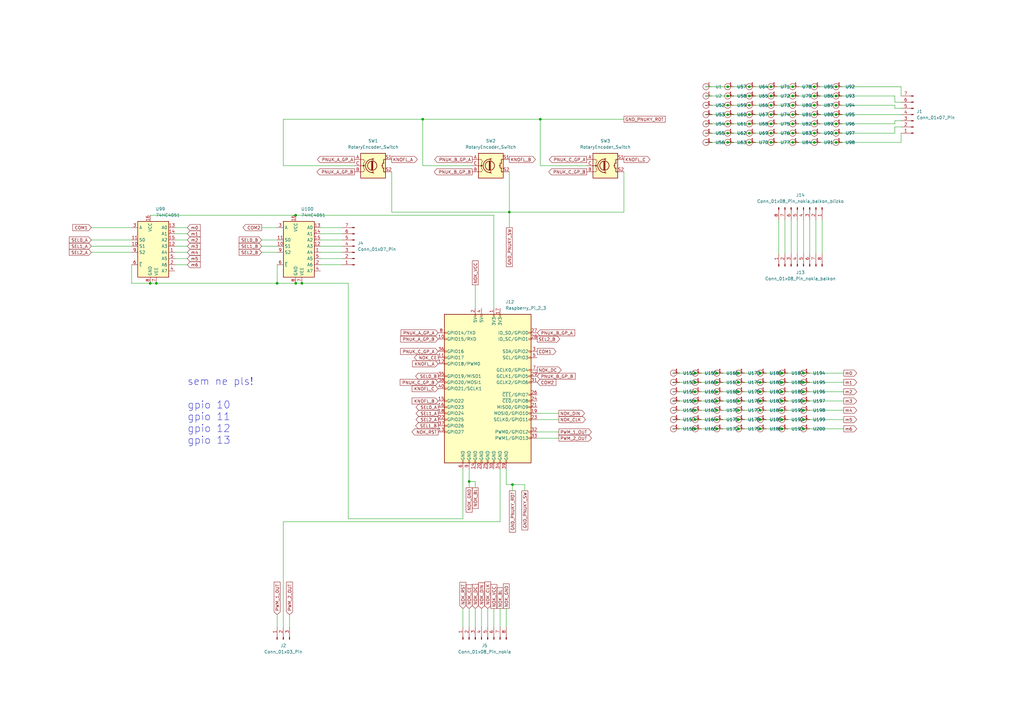
<source format=kicad_sch>
(kicad_sch (version 20230121) (generator eeschema)
  (paper "A3")
  (junction (at 307.34 35.56))
  (junction (at 294.005 160.655))
  (junction (at 316.23 46.99))
  (junction (at 329.565 160.655))
  (junction (at 298.45 43.18))
  (junction (at 325.12 50.8))
  (junction (at 334.01 39.37))
  (junction (at 302.895 156.845))
  (junction (at 298.45 35.56))
  (junction (at 285.115 168.275))
  (junction (at 316.23 58.42))
  (junction (at 307.34 43.18))
  (junction (at 298.45 54.61))
  (junction (at 64.135 116.205))
  (junction (at 311.785 153.035))
  (junction (at 285.115 172.085))
  (junction (at 302.895 175.895))
  (junction (at 320.675 168.275))
  (junction (at 210.185 198.755))
  (junction (at 325.12 43.18))
  (junction (at 329.565 175.895))
  (junction (at 334.01 54.61))
  (junction (at 298.45 58.42))
  (junction (at 329.565 172.085))
  (junction (at 342.9 46.99))
  (junction (at 325.12 39.37))
  (junction (at 302.895 153.035))
  (junction (at 307.34 58.42))
  (junction (at 334.01 46.99))
  (junction (at 316.23 43.18))
  (junction (at 113.665 116.205))
  (junction (at 221.615 48.895))
  (junction (at 311.785 164.465))
  (junction (at 285.115 160.655))
  (junction (at 294.005 164.465))
  (junction (at 329.565 168.275))
  (junction (at 325.12 35.56))
  (junction (at 320.675 160.655))
  (junction (at 294.005 168.275))
  (junction (at 334.01 58.42))
  (junction (at 329.565 153.035))
  (junction (at 302.895 160.655))
  (junction (at 316.23 54.61))
  (junction (at 320.675 164.465))
  (junction (at 307.34 50.8))
  (junction (at 208.915 86.995))
  (junction (at 285.115 153.035))
  (junction (at 342.9 54.61))
  (junction (at 285.115 156.845))
  (junction (at 121.285 88.265))
  (junction (at 320.675 156.845))
  (junction (at 342.9 43.18))
  (junction (at 302.895 168.275))
  (junction (at 285.115 164.465))
  (junction (at 61.595 116.205))
  (junction (at 285.115 175.895))
  (junction (at 311.785 156.845))
  (junction (at 325.12 58.42))
  (junction (at 329.565 164.465))
  (junction (at 316.23 39.37))
  (junction (at 294.005 153.035))
  (junction (at 342.9 35.56))
  (junction (at 325.12 54.61))
  (junction (at 334.01 43.18))
  (junction (at 307.34 46.99))
  (junction (at 325.12 46.99))
  (junction (at 294.005 172.085))
  (junction (at 342.9 58.42))
  (junction (at 302.895 172.085))
  (junction (at 334.01 35.56))
  (junction (at 307.34 54.61))
  (junction (at 298.45 46.99))
  (junction (at 311.785 172.085))
  (junction (at 298.45 50.8))
  (junction (at 311.785 160.655))
  (junction (at 123.825 116.205))
  (junction (at 173.355 48.895))
  (junction (at 329.565 156.845))
  (junction (at 121.285 116.205))
  (junction (at 320.675 153.035))
  (junction (at 307.34 39.37))
  (junction (at 342.9 50.8))
  (junction (at 294.005 156.845))
  (junction (at 320.675 175.895))
  (junction (at 294.005 175.895))
  (junction (at 320.675 172.085))
  (junction (at 334.01 50.8))
  (junction (at 311.785 175.895))
  (junction (at 298.45 39.37))
  (junction (at 316.23 50.8))
  (junction (at 311.785 168.275))
  (junction (at 316.23 35.56))
  (junction (at 302.895 164.465))
  (junction (at 342.9 39.37))
  (junction (at 192.405 197.485))
  (wire (pts (xy 302.895 175.895) (xy 311.785 175.895)))
  (wire (pts (xy 121.285 116.205) (xy 123.825 116.205)))
  (wire (pts (xy 285.115 164.465) (xy 294.005 164.465)))
  (wire (pts (xy 294.005 172.085) (xy 302.895 172.085)))
  (wire (pts (xy 113.665 108.585) (xy 113.665 116.205)))
  (wire (pts (xy 202.565 249.555) (xy 202.565 257.175)))
  (wire (pts (xy 205.105 213.995) (xy 205.105 192.405)))
  (wire (pts (xy 334.01 58.42) (xy 342.9 58.42)))
  (wire (pts (xy 121.285 88.265) (xy 202.565 88.265)))
  (wire (pts (xy 307.34 54.61) (xy 316.23 54.61)))
  (wire (pts (xy 229.235 177.165) (xy 220.345 177.165)))
  (wire (pts (xy 329.565 153.035) (xy 346.075 153.035)))
  (wire (pts (xy 367.03 52.07) (xy 369.57 52.07)))
  (wire (pts (xy 346.075 172.085) (xy 329.565 172.085)))
  (wire (pts (xy 285.115 160.655) (xy 294.005 160.655)))
  (wire (pts (xy 116.205 67.945) (xy 145.415 67.945)))
  (wire (pts (xy 210.185 198.755) (xy 215.265 198.755)))
  (wire (pts (xy 160.655 70.485) (xy 160.655 86.995)))
  (wire (pts (xy 37.465 103.505) (xy 53.975 103.505)))
  (wire (pts (xy 311.785 164.465) (xy 320.675 164.465)))
  (wire (pts (xy 221.615 67.945) (xy 221.615 48.895)))
  (wire (pts (xy 311.785 156.845) (xy 320.675 156.845)))
  (wire (pts (xy 107.315 103.505) (xy 113.665 103.505)))
  (wire (pts (xy 294.005 168.275) (xy 302.895 168.275)))
  (wire (pts (xy 325.12 35.56) (xy 334.01 35.56)))
  (wire (pts (xy 294.005 160.655) (xy 302.895 160.655)))
  (wire (pts (xy 276.225 164.465) (xy 285.115 164.465)))
  (wire (pts (xy 325.12 50.8) (xy 334.01 50.8)))
  (wire (pts (xy 298.45 46.99) (xy 307.34 46.99)))
  (wire (pts (xy 210.185 198.755) (xy 210.185 201.295)))
  (wire (pts (xy 329.565 156.845) (xy 346.075 156.845)))
  (wire (pts (xy 346.075 168.275) (xy 329.565 168.275)))
  (wire (pts (xy 325.12 39.37) (xy 334.01 39.37)))
  (wire (pts (xy 302.895 172.085) (xy 311.785 172.085)))
  (wire (pts (xy 289.56 43.18) (xy 298.45 43.18)))
  (wire (pts (xy 346.075 175.895) (xy 329.565 175.895)))
  (wire (pts (xy 107.315 100.965) (xy 113.665 100.965)))
  (wire (pts (xy 311.785 153.035) (xy 320.675 153.035)))
  (wire (pts (xy 208.915 86.995) (xy 208.915 93.345)))
  (wire (pts (xy 285.115 168.275) (xy 294.005 168.275)))
  (wire (pts (xy 116.205 48.895) (xy 173.355 48.895)))
  (wire (pts (xy 229.235 179.705) (xy 220.345 179.705)))
  (wire (pts (xy 255.905 86.995) (xy 208.915 86.995)))
  (wire (pts (xy 320.675 160.655) (xy 329.565 160.655)))
  (wire (pts (xy 192.405 197.485) (xy 192.405 200.025)))
  (wire (pts (xy 207.645 198.755) (xy 210.185 198.755)))
  (wire (pts (xy 276.225 172.085) (xy 285.115 172.085)))
  (wire (pts (xy 298.45 54.61) (xy 307.34 54.61)))
  (wire (pts (xy 194.945 116.84) (xy 194.945 126.365)))
  (wire (pts (xy 208.915 86.995) (xy 208.915 70.485)))
  (wire (pts (xy 113.665 252.095) (xy 113.665 257.175)))
  (wire (pts (xy 369.57 35.56) (xy 369.57 39.37)))
  (wire (pts (xy 307.34 39.37) (xy 316.23 39.37)))
  (wire (pts (xy 173.355 67.945) (xy 193.675 67.945)))
  (wire (pts (xy 76.835 106.045) (xy 71.755 106.045)))
  (wire (pts (xy 298.45 50.8) (xy 307.34 50.8)))
  (wire (pts (xy 140.335 108.585) (xy 131.445 108.585)))
  (wire (pts (xy 61.595 88.265) (xy 121.285 88.265)))
  (wire (pts (xy 316.23 35.56) (xy 325.12 35.56)))
  (wire (pts (xy 316.23 39.37) (xy 325.12 39.37)))
  (wire (pts (xy 215.265 198.755) (xy 215.265 201.295)))
  (wire (pts (xy 76.835 98.425) (xy 71.755 98.425)))
  (wire (pts (xy 342.9 46.99) (xy 369.57 46.99)))
  (wire (pts (xy 205.105 249.555) (xy 205.105 257.175)))
  (wire (pts (xy 342.9 54.61) (xy 367.03 54.61)))
  (wire (pts (xy 334.01 50.8) (xy 342.9 50.8)))
  (wire (pts (xy 320.675 156.845) (xy 329.565 156.845)))
  (wire (pts (xy 276.225 156.845) (xy 285.115 156.845)))
  (wire (pts (xy 320.675 153.035) (xy 329.565 153.035)))
  (wire (pts (xy 316.23 46.99) (xy 325.12 46.99)))
  (wire (pts (xy 367.03 39.37) (xy 367.03 41.91)))
  (wire (pts (xy 294.005 175.895) (xy 302.895 175.895)))
  (wire (pts (xy 298.45 43.18) (xy 307.34 43.18)))
  (wire (pts (xy 334.01 46.99) (xy 342.9 46.99)))
  (wire (pts (xy 289.56 58.42) (xy 298.45 58.42)))
  (wire (pts (xy 325.12 46.99) (xy 334.01 46.99)))
  (wire (pts (xy 37.465 93.345) (xy 53.975 93.345)))
  (wire (pts (xy 64.135 116.205) (xy 113.665 116.205)))
  (wire (pts (xy 76.835 100.965) (xy 71.755 100.965)))
  (wire (pts (xy 316.23 54.61) (xy 325.12 54.61)))
  (wire (pts (xy 334.01 43.18) (xy 342.9 43.18)))
  (wire (pts (xy 320.675 172.085) (xy 329.565 172.085)))
  (wire (pts (xy 302.895 168.275) (xy 311.785 168.275)))
  (wire (pts (xy 140.335 100.965) (xy 131.445 100.965)))
  (wire (pts (xy 140.335 106.045) (xy 131.445 106.045)))
  (wire (pts (xy 342.9 35.56) (xy 369.57 35.56)))
  (wire (pts (xy 337.185 90.17) (xy 337.185 104.14)))
  (wire (pts (xy 189.865 192.405) (xy 189.865 212.725)))
  (wire (pts (xy 276.225 168.275) (xy 285.115 168.275)))
  (wire (pts (xy 276.225 153.035) (xy 285.115 153.035)))
  (wire (pts (xy 194.945 200.025) (xy 194.945 197.485)))
  (wire (pts (xy 307.34 46.99) (xy 316.23 46.99)))
  (wire (pts (xy 334.01 39.37) (xy 342.9 39.37)))
  (wire (pts (xy 202.565 88.265) (xy 202.565 126.365)))
  (wire (pts (xy 324.485 90.17) (xy 324.485 104.14)))
  (wire (pts (xy 285.115 153.035) (xy 294.005 153.035)))
  (wire (pts (xy 160.655 86.995) (xy 208.915 86.995)))
  (wire (pts (xy 289.56 54.61) (xy 298.45 54.61)))
  (wire (pts (xy 311.785 168.275) (xy 320.675 168.275)))
  (wire (pts (xy 369.57 58.42) (xy 369.57 54.61)))
  (wire (pts (xy 107.315 93.345) (xy 113.665 93.345)))
  (wire (pts (xy 302.895 164.465) (xy 311.785 164.465)))
  (wire (pts (xy 173.355 67.945) (xy 173.355 48.895)))
  (wire (pts (xy 311.785 172.085) (xy 320.675 172.085)))
  (wire (pts (xy 189.865 249.555) (xy 189.865 257.175)))
  (wire (pts (xy 294.005 156.845) (xy 302.895 156.845)))
  (wire (pts (xy 192.405 249.555) (xy 192.405 257.175)))
  (wire (pts (xy 307.34 58.42) (xy 316.23 58.42)))
  (wire (pts (xy 325.12 58.42) (xy 334.01 58.42)))
  (wire (pts (xy 294.005 164.465) (xy 302.895 164.465)))
  (wire (pts (xy 220.345 169.545) (xy 229.235 169.545)))
  (wire (pts (xy 307.34 50.8) (xy 316.23 50.8)))
  (wire (pts (xy 342.9 50.8) (xy 367.03 50.8)))
  (wire (pts (xy 123.825 116.205) (xy 142.875 116.205)))
  (wire (pts (xy 285.115 175.895) (xy 294.005 175.895)))
  (wire (pts (xy 197.485 249.555) (xy 197.485 257.175)))
  (wire (pts (xy 342.9 58.42) (xy 369.57 58.42)))
  (wire (pts (xy 194.945 249.555) (xy 194.945 257.175)))
  (wire (pts (xy 116.205 213.995) (xy 205.105 213.995)))
  (wire (pts (xy 367.03 50.8) (xy 367.03 49.53)))
  (wire (pts (xy 332.105 90.17) (xy 332.105 104.14)))
  (wire (pts (xy 53.975 108.585) (xy 53.975 116.205)))
  (wire (pts (xy 367.03 54.61) (xy 367.03 52.07)))
  (wire (pts (xy 302.895 156.845) (xy 311.785 156.845)))
  (wire (pts (xy 61.595 116.205) (xy 64.135 116.205)))
  (wire (pts (xy 367.03 49.53) (xy 369.57 49.53)))
  (wire (pts (xy 367.03 41.91) (xy 369.57 41.91)))
  (wire (pts (xy 342.9 39.37) (xy 367.03 39.37)))
  (wire (pts (xy 76.835 93.345) (xy 71.755 93.345)))
  (wire (pts (xy 116.205 257.175) (xy 116.205 213.995)))
  (wire (pts (xy 37.465 100.965) (xy 53.975 100.965)))
  (wire (pts (xy 285.115 172.085) (xy 294.005 172.085)))
  (wire (pts (xy 329.565 90.17) (xy 329.565 104.14)))
  (wire (pts (xy 207.645 192.405) (xy 207.645 198.755)))
  (wire (pts (xy 76.835 103.505) (xy 71.755 103.505)))
  (wire (pts (xy 207.645 249.555) (xy 207.645 257.175)))
  (wire (pts (xy 321.945 90.17) (xy 321.945 104.14)))
  (wire (pts (xy 229.235 172.085) (xy 220.345 172.085)))
  (wire (pts (xy 316.23 58.42) (xy 325.12 58.42)))
  (wire (pts (xy 316.23 50.8) (xy 325.12 50.8)))
  (wire (pts (xy 298.45 35.56) (xy 307.34 35.56)))
  (wire (pts (xy 334.01 54.61) (xy 342.9 54.61)))
  (wire (pts (xy 118.745 252.095) (xy 118.745 257.175)))
  (wire (pts (xy 37.465 98.425) (xy 53.975 98.425)))
  (wire (pts (xy 325.12 43.18) (xy 334.01 43.18)))
  (wire (pts (xy 298.45 58.42) (xy 307.34 58.42)))
  (wire (pts (xy 367.03 43.18) (xy 367.03 44.45)))
  (wire (pts (xy 140.335 95.885) (xy 131.445 95.885)))
  (wire (pts (xy 289.56 39.37) (xy 298.45 39.37)))
  (wire (pts (xy 289.56 35.56) (xy 298.45 35.56)))
  (wire (pts (xy 140.335 98.425) (xy 131.445 98.425)))
  (wire (pts (xy 294.005 153.035) (xy 302.895 153.035)))
  (wire (pts (xy 255.905 70.485) (xy 255.905 86.995)))
  (wire (pts (xy 302.895 160.655) (xy 311.785 160.655)))
  (wire (pts (xy 113.665 116.205) (xy 121.285 116.205)))
  (wire (pts (xy 329.565 160.655) (xy 346.075 160.655)))
  (wire (pts (xy 302.895 153.035) (xy 311.785 153.035)))
  (wire (pts (xy 192.405 192.405) (xy 192.405 197.485)))
  (wire (pts (xy 221.615 48.895) (xy 255.905 48.895)))
  (wire (pts (xy 334.645 90.17) (xy 334.645 104.14)))
  (wire (pts (xy 311.785 175.895) (xy 320.675 175.895)))
  (wire (pts (xy 320.675 168.275) (xy 329.565 168.275)))
  (wire (pts (xy 142.875 116.205) (xy 142.875 212.725)))
  (wire (pts (xy 289.56 50.8) (xy 298.45 50.8)))
  (wire (pts (xy 221.615 67.945) (xy 240.665 67.945)))
  (wire (pts (xy 116.205 67.945) (xy 116.205 48.895)))
  (wire (pts (xy 107.315 98.425) (xy 113.665 98.425)))
  (wire (pts (xy 53.975 116.205) (xy 61.595 116.205)))
  (wire (pts (xy 140.335 103.505) (xy 131.445 103.505)))
  (wire (pts (xy 320.675 175.895) (xy 329.565 175.895)))
  (wire (pts (xy 276.225 160.655) (xy 285.115 160.655)))
  (wire (pts (xy 289.56 46.99) (xy 298.45 46.99)))
  (wire (pts (xy 327.025 90.17) (xy 327.025 104.14)))
  (wire (pts (xy 194.945 197.485) (xy 192.405 197.485)))
  (wire (pts (xy 140.335 93.345) (xy 131.445 93.345)))
  (wire (pts (xy 329.565 164.465) (xy 346.075 164.465)))
  (wire (pts (xy 276.225 175.895) (xy 285.115 175.895)))
  (wire (pts (xy 325.12 54.61) (xy 334.01 54.61)))
  (wire (pts (xy 320.675 164.465) (xy 329.565 164.465)))
  (wire (pts (xy 200.025 249.555) (xy 200.025 257.175)))
  (wire (pts (xy 342.9 43.18) (xy 367.03 43.18)))
  (wire (pts (xy 76.835 95.885) (xy 71.755 95.885)))
  (wire (pts (xy 316.23 43.18) (xy 325.12 43.18)))
  (wire (pts (xy 311.785 160.655) (xy 320.675 160.655)))
  (wire (pts (xy 334.01 35.56) (xy 342.9 35.56)))
  (wire (pts (xy 298.45 39.37) (xy 307.34 39.37)))
  (wire (pts (xy 307.34 35.56) (xy 316.23 35.56)))
  (wire (pts (xy 319.405 90.17) (xy 319.405 104.14)))
  (wire (pts (xy 367.03 44.45) (xy 369.57 44.45)))
  (wire (pts (xy 142.875 212.725) (xy 189.865 212.725)))
  (wire (pts (xy 285.115 156.845) (xy 294.005 156.845)))
  (wire (pts (xy 307.34 43.18) (xy 316.23 43.18)))
  (wire (pts (xy 76.835 108.585) (xy 71.755 108.585)))
  (wire (pts (xy 173.355 48.895) (xy 221.615 48.895)))
  (text "sem ne pls!\n\ngpio 10\ngpio 11\ngpio 12\ngpio 13\n\n" (at 76.835 187.325 0) (effects (font (size 3 3)) (justify left bottom)))
  (global_label "NOK_CE" (shape input) (at 192.405 249.555 90) (property "Intersheetrefs" "${INTERSHEET_REFS}" (effects hide)))
  (global_label "SEL2_A" (shape output) (at 179.705 172.085 180) (property "Intersheetrefs" "${INTERSHEET_REFS}" (effects hide)))
  (global_label "GND_PNUKY_ROT" (shape passive) (at 210.185 201.295 270) (property "Intersheetrefs" "${INTERSHEET_REFS}" (effects hide)))
  (global_label "PNUK_C_GP_B" (shape input) (at 179.705 156.845 180) (property "Intersheetrefs" "${INTERSHEET_REFS}" (effects hide)))
  (global_label "NOK_CLK" (shape input) (at 200.025 249.555 90) (property "Intersheetrefs" "${INTERSHEET_REFS}" (effects hide)))
  (global_label "NOK_GND" (shape passive) (at 192.405 200.025 270) (property "Intersheetrefs" "${INTERSHEET_REFS}" (effects hide)))
  (global_label "NOK_RST" (shape input) (at 189.865 249.555 90) (property "Intersheetrefs" "${INTERSHEET_REFS}" (effects hide)))
  (global_label "NOK_BL" (shape passive) (at 194.945 200.025 270) (property "Intersheetrefs" "${INTERSHEET_REFS}" (effects hide)))
  (global_label "m4" (shape output) (at 346.075 168.275 0) (property "Intersheetrefs" "${INTERSHEET_REFS}" (effects hide)))
  (global_label "PNUK_A_GP_A" (shape output) (at 145.415 65.405 180) (property "Intersheetrefs" "${INTERSHEET_REFS}" (effects hide)))
  (global_label "PNUK_A_GP_A" (shape input) (at 179.705 136.525 180) (property "Intersheetrefs" "${INTERSHEET_REFS}" (effects hide)))
  (global_label "COM1" (shape input) (at 37.465 93.345 180) (property "Intersheetrefs" "${INTERSHEET_REFS}" (effects hide)))
  (global_label "PWM_1_OUT" (shape output) (at 229.235 177.165 0) (property "Intersheetrefs" "${INTERSHEET_REFS}" (effects hide)))
  (global_label "m5" (shape input) (at 76.835 106.045 0) (property "Intersheetrefs" "${INTERSHEET_REFS}" (effects hide)))
  (global_label "PNUK_C_GP_A" (shape output) (at 240.665 65.405 180) (property "Intersheetrefs" "${INTERSHEET_REFS}" (effects hide)))
  (global_label "m0" (shape input) (at 76.835 93.345 0) (property "Intersheetrefs" "${INTERSHEET_REFS}" (effects hide)))
  (global_label "m1" (shape output) (at 346.075 156.845 0) (property "Intersheetrefs" "${INTERSHEET_REFS}" (effects hide)))
  (global_label "PNUK_B_GP_B" (shape output) (at 193.675 70.485 180) (property "Intersheetrefs" "${INTERSHEET_REFS}" (effects hide)))
  (global_label "KNOFL_C" (shape input) (at 179.705 159.385 180) (property "Intersheetrefs" "${INTERSHEET_REFS}" (effects hide)))
  (global_label "SEL1_A" (shape input) (at 37.465 100.965 180) (property "Intersheetrefs" "${INTERSHEET_REFS}" (effects hide)))
  (global_label "KNOFL_B" (shape output) (at 208.915 65.405 0) (property "Intersheetrefs" "${INTERSHEET_REFS}" (effects hide)))
  (global_label "COM2" (shape output) (at 107.315 93.345 180) (property "Intersheetrefs" "${INTERSHEET_REFS}" (effects hide)))
  (global_label "NOK_CE" (shape output) (at 179.705 146.685 180) (property "Intersheetrefs" "${INTERSHEET_REFS}" (effects hide)))
  (global_label "KNOFL_A" (shape input) (at 179.705 149.225 180) (property "Intersheetrefs" "${INTERSHEET_REFS}" (effects hide)))
  (global_label "SEL1_B" (shape input) (at 107.315 100.965 180) (property "Intersheetrefs" "${INTERSHEET_REFS}" (effects hide)))
  (global_label "PWM_2_OUT" (shape input) (at 118.745 252.095 90) (property "Intersheetrefs" "${INTERSHEET_REFS}" (effects hide)))
  (global_label "NOK_RST" (shape output) (at 179.705 177.165 180) (property "Intersheetrefs" "${INTERSHEET_REFS}" (effects hide)))
  (global_label "NOK_DIN" (shape output) (at 229.235 169.545 0) (property "Intersheetrefs" "${INTERSHEET_REFS}" (effects hide)))
  (global_label "SEL2_B" (shape input) (at 107.315 103.505 180) (property "Intersheetrefs" "${INTERSHEET_REFS}" (effects hide)))
  (global_label "m3" (shape output) (at 346.075 164.465 0) (property "Intersheetrefs" "${INTERSHEET_REFS}" (effects hide)))
  (global_label "SEL1_B" (shape output) (at 179.705 174.625 180) (property "Intersheetrefs" "${INTERSHEET_REFS}" (effects hide)))
  (global_label "KNOFL_C" (shape output) (at 255.905 65.405 0) (property "Intersheetrefs" "${INTERSHEET_REFS}" (effects hide)))
  (global_label "SEL0_B" (shape input) (at 107.315 98.425 180) (property "Intersheetrefs" "${INTERSHEET_REFS}" (effects hide)))
  (global_label "PNUK_B_GP_B" (shape input) (at 220.345 154.305 0) (property "Intersheetrefs" "${INTERSHEET_REFS}" (effects hide)))
  (global_label "KNOFL_A" (shape output) (at 160.655 65.405 0) (property "Intersheetrefs" "${INTERSHEET_REFS}" (effects hide)))
  (global_label "NOK_VCC" (shape passive) (at 202.565 249.555 90) (property "Intersheetrefs" "${INTERSHEET_REFS}" (effects hide)))
  (global_label "SEL0_B" (shape output) (at 179.705 154.305 180) (property "Intersheetrefs" "${INTERSHEET_REFS}" (effects hide)))
  (global_label "SEL0_A" (shape input) (at 37.465 98.425 180) (property "Intersheetrefs" "${INTERSHEET_REFS}" (effects hide)))
  (global_label "PNUK_C_GP_A" (shape input) (at 179.705 144.145 180) (property "Intersheetrefs" "${INTERSHEET_REFS}" (effects hide)))
  (global_label "SEL2_A" (shape input) (at 37.465 103.505 180) (property "Intersheetrefs" "${INTERSHEET_REFS}" (effects hide)))
  (global_label "PNUK_A_GP_B" (shape input) (at 179.705 139.065 180) (property "Intersheetrefs" "${INTERSHEET_REFS}" (effects hide)))
  (global_label "SEL2_B" (shape output) (at 220.345 139.065 0) (property "Intersheetrefs" "${INTERSHEET_REFS}" (effects hide)))
  (global_label "PNUK_A_GP_B" (shape output) (at 145.415 70.485 180) (property "Intersheetrefs" "${INTERSHEET_REFS}" (effects hide)))
  (global_label "PNUK_B_GP_A" (shape input) (at 220.345 136.525 0) (property "Intersheetrefs" "${INTERSHEET_REFS}" (effects hide)))
  (global_label "COM1" (shape output) (at 220.345 144.145 0) (property "Intersheetrefs" "${INTERSHEET_REFS}" (effects hide)))
  (global_label "SEL1_A" (shape output) (at 179.705 169.545 180) (property "Intersheetrefs" "${INTERSHEET_REFS}" (effects hide)))
  (global_label "GND_PNUKY_ROT" (shape passive) (at 255.905 48.895 0) (property "Intersheetrefs" "${INTERSHEET_REFS}" (effects hide)))
  (global_label "COM2" (shape input) (at 220.345 156.845 0) (property "Intersheetrefs" "${INTERSHEET_REFS}" (effects hide)))
  (global_label "GND_PNUKY_SW" (shape passive) (at 215.265 201.295 270) (property "Intersheetrefs" "${INTERSHEET_REFS}" (effects hide)))
  (global_label "PNUK_B_GP_A" (shape output) (at 193.675 65.405 180) (property "Intersheetrefs" "${INTERSHEET_REFS}" (effects hide)))
  (global_label "m5" (shape output) (at 346.075 172.085 0) (property "Intersheetrefs" "${INTERSHEET_REFS}" (effects hide)))
  (global_label "KNOFL_B" (shape input) (at 179.705 164.465 180) (property "Intersheetrefs" "${INTERSHEET_REFS}" (effects hide)))
  (global_label "m2" (shape output) (at 346.075 160.655 0) (property "Intersheetrefs" "${INTERSHEET_REFS}" (effects hide)))
  (global_label "PWM_2_OUT" (shape output) (at 229.235 179.705 0) (property "Intersheetrefs" "${INTERSHEET_REFS}" (effects hide)))
  (global_label "NOK_DC" (shape input) (at 194.945 249.555 90) (property "Intersheetrefs" "${INTERSHEET_REFS}" (effects hide)))
  (global_label "NOK_VCC" (shape passive) (at 194.945 116.84 90) (property "Intersheetrefs" "${INTERSHEET_REFS}" (effects hide)))
  (global_label "SEL0_A" (shape output) (at 179.705 167.005 180) (property "Intersheetrefs" "${INTERSHEET_REFS}" (effects hide)))
  (global_label "NOK_GND" (shape passive) (at 207.645 249.555 90) (property "Intersheetrefs" "${INTERSHEET_REFS}" (effects hide)))
  (global_label "NOK_BL" (shape passive) (at 205.105 249.555 90) (property "Intersheetrefs" "${INTERSHEET_REFS}" (effects hide)))
  (global_label "m6" (shape output) (at 346.075 175.895 0) (property "Intersheetrefs" "${INTERSHEET_REFS}" (effects hide)))
  (global_label "m2" (shape input) (at 76.835 98.425 0) (property "Intersheetrefs" "${INTERSHEET_REFS}" (effects hide)))
  (global_label "NOK_CLK" (shape output) (at 229.235 172.085 0) (property "Intersheetrefs" "${INTERSHEET_REFS}" (effects hide)))
  (global_label "PWM_1_OUT" (shape input) (at 113.665 252.095 90) (property "Intersheetrefs" "${INTERSHEET_REFS}" (effects hide)))
  (global_label "m4" (shape input) (at 76.835 103.505 0) (property "Intersheetrefs" "${INTERSHEET_REFS}" (effects hide)))
  (global_label "m1" (shape input) (at 76.835 95.885 0) (property "Intersheetrefs" "${INTERSHEET_REFS}" (effects hide)))
  (global_label "PNUK_C_GP_B" (shape output) (at 240.665 70.485 180) (property "Intersheetrefs" "${INTERSHEET_REFS}" (effects hide)))
  (global_label "m6" (shape input) (at 76.835 108.585 0) (property "Intersheetrefs" "${INTERSHEET_REFS}" (effects hide)))
  (global_label "GND_PNUKY_SW" (shape passive) (at 208.915 93.345 270) (property "Intersheetrefs" "${INTERSHEET_REFS}" (effects hide)))
  (global_label "NOK_DIN" (shape input) (at 197.485 249.555 90) (property "Intersheetrefs" "${INTERSHEET_REFS}" (effects hide)))
  (global_label "NOK_DC" (shape output) (at 220.345 151.765 0) (property "Intersheetrefs" "${INTERSHEET_REFS}" (effects hide)))
  (global_label "m0" (shape output) (at 346.075 153.035 0) (property "Intersheetrefs" "${INTERSHEET_REFS}" (effects hide)))
  (global_label "m3" (shape input) (at 76.835 100.965 0) (property "Intersheetrefs" "${INTERSHEET_REFS}" (effects hide)))
  (symbol (lib_id "Connector:1x1_matrix_pin_77") (at 294.005 172.085 0) (unit 1)
    (property "Reference" "U171" (at 297.815 172.085 0) (effects (justify left)))
    (property "Value" "~" (at 294.005 172.085 0))
    (property "Footprint" "ass149:1x1_matrix_pin" (effects hide))
  )
  (symbol (lib_id "74xx:74HC4051") (at 61.595 100.965 0) (unit 1)
    (property "Reference" "U99" (at 63.7891 85.725 0) (effects (justify left)))
    (property "Value" "74HC4051" (at 63.7891 88.265 0) (effects (justify left)))
    (property "Footprint" "Package_DIP:DIP-16_W7.62mm_Socket" (effects hide))
    (property "Datasheet" "http://www.ti.com/lit/ds/symlink/cd74hc4051.pdf" (effects hide))
  )
  (symbol (lib_id "Connector:Conn_01x07_Pin") (at 145.415 100.965 180) (unit 1)
    (property "Reference" "J4" (at 146.685 99.695 0) (effects (justify right)))
    (property "Value" "Conn_01x07_Pin" (at 146.685 102.235 0) (effects (justify right)))
    (property "Footprint" "Connector_PinHeader_2.54mm:PinHeader_1x07_P2.54mm_Vertical" (effects hide))
  )
  (symbol (lib_id "Connector:1x1_matrix_pin_77") (at 334.01 39.37 0) (unit 1)
    (property "Reference" "U86" (at 337.82 39.37 0) (effects (justify left)))
    (property "Value" "~" (at 334.01 39.37 0))
    (property "Footprint" "ass149:1x1_matrix_pin" (effects hide))
  )
  (symbol (lib_id "Connector:1x1_matrix_pin_77") (at 325.12 54.61 0) (unit 1)
    (property "Reference" "U83" (at 328.93 54.61 0) (effects (justify left)))
    (property "Value" "~" (at 325.12 54.61 0))
    (property "Footprint" "ass149:1x1_matrix_pin" (effects hide))
  )
  (symbol (lib_id "Connector:1x1_matrix_pin_77") (at 316.23 35.56 0) (unit 1)
    (property "Reference" "U71" (at 320.04 35.56 0) (effects (justify left)))
    (property "Value" "~" (at 316.23 35.56 0))
    (property "Footprint" "ass149:1x1_matrix_pin" (effects hide))
  )
  (symbol (lib_id "Connector:1x1_matrix_pin_77") (at 320.675 160.655 0) (unit 1)
    (property "Reference" "U189" (at 324.485 160.655 0) (effects (justify left)))
    (property "Value" "~" (at 320.675 160.655 0))
    (property "Footprint" "ass149:1x1_matrix_pin" (effects hide))
  )
  (symbol (lib_id "Connector:1x1_matrix_pin_77") (at 342.9 54.61 0) (unit 1)
    (property "Reference" "U97" (at 346.71 54.61 0) (effects (justify left)))
    (property "Value" "~" (at 342.9 54.61 0))
    (property "Footprint" "ass149:1x1_matrix_pin" (effects hide))
  )
  (symbol (lib_id "Connector:1x1_matrix_pin_77") (at 316.23 39.37 0) (unit 1)
    (property "Reference" "U72" (at 320.04 39.37 0) (effects (justify left)))
    (property "Value" "~" (at 316.23 39.37 0))
    (property "Footprint" "ass149:1x1_matrix_pin" (effects hide))
  )
  (symbol (lib_id "Connector:1x1_matrix_pin_77") (at 307.34 43.18 0) (unit 1)
    (property "Reference" "U66" (at 311.15 43.18 0) (effects (justify left)))
    (property "Value" "~" (at 307.34 43.18 0))
    (property "Footprint" "ass149:1x1_matrix_pin" (effects hide))
  )
  (symbol (lib_id "Connector:1x1_matrix_pin_77") (at 329.565 160.655 0) (unit 1)
    (property "Reference" "U196" (at 333.375 160.655 0) (effects (justify left)))
    (property "Value" "~" (at 329.565 160.655 0))
    (property "Footprint" "ass149:1x1_matrix_pin" (effects hide))
  )
  (symbol (lib_id "Connector:1x1_matrix_pin_77") (at 302.895 153.035 0) (unit 1)
    (property "Reference" "U173" (at 306.705 153.035 0) (effects (justify left)))
    (property "Value" "~" (at 302.895 153.035 0))
    (property "Footprint" "ass149:1x1_matrix_pin" (effects hide))
  )
  (symbol (lib_id "Connector:1x1_matrix_pin_77") (at 276.225 153.035 0) (unit 1)
    (property "Reference" "U152" (at 280.035 153.035 0) (effects (justify left)))
    (property "Value" "~" (at 276.225 153.035 0))
    (property "Footprint" "ass149:1x1_matrix_pin" (effects hide))
  )
  (symbol (lib_id "Connector:1x1_matrix_pin_77") (at 316.23 43.18 0) (unit 1)
    (property "Reference" "U73" (at 320.04 43.18 0) (effects (justify left)))
    (property "Value" "~" (at 316.23 43.18 0))
    (property "Footprint" "ass149:1x1_matrix_pin" (effects hide))
  )
  (symbol (lib_id "Connector:Conn_01x07_Pin") (at 374.65 46.99 180) (unit 1)
    (property "Reference" "J1" (at 375.92 45.72 0) (effects (justify right)))
    (property "Value" "Conn_01x07_Pin" (at 375.92 48.26 0) (effects (justify right)))
    (property "Footprint" "Connector_PinHeader_2.54mm:PinHeader_1x07_P2.54mm_Vertical" (effects hide))
  )
  (symbol (lib_id "Connector:1x1_matrix_pin_77") (at 289.56 35.56 0) (unit 1)
    (property "Reference" "U1" (at 293.37 35.56 0) (effects (justify left)))
    (property "Value" "~" (at 289.56 35.56 0))
    (property "Footprint" "ass149:1x1_matrix_pin" (effects hide))
  )
  (symbol (lib_id "Connector:1x1_matrix_pin_77") (at 334.01 43.18 0) (unit 1)
    (property "Reference" "U87" (at 337.82 43.18 0) (effects (justify left)))
    (property "Value" "~" (at 334.01 43.18 0))
    (property "Footprint" "ass149:1x1_matrix_pin" (effects hide))
  )
  (symbol (lib_id "Connector:1x1_matrix_pin_77") (at 325.12 46.99 0) (unit 1)
    (property "Reference" "U81" (at 328.93 46.99 0) (effects (justify left)))
    (property "Value" "~" (at 325.12 46.99 0))
    (property "Footprint" "ass149:1x1_matrix_pin" (effects hide))
  )
  (symbol (lib_id "Connector:1x1_matrix_pin_77") (at 329.565 164.465 0) (unit 1)
    (property "Reference" "U197" (at 333.375 164.465 0) (effects (justify left)))
    (property "Value" "~" (at 329.565 164.465 0))
    (property "Footprint" "ass149:1x1_matrix_pin" (effects hide))
  )
  (symbol (lib_id "Connector:1x1_matrix_pin_77") (at 276.225 175.895 0) (unit 1)
    (property "Reference" "U158" (at 280.035 175.895 0) (effects (justify left)))
    (property "Value" "~" (at 276.225 175.895 0))
    (property "Footprint" "ass149:1x1_matrix_pin" (effects hide))
  )
  (symbol (lib_id "Connector:1x1_matrix_pin_77") (at 298.45 43.18 0) (unit 1)
    (property "Reference" "U59" (at 302.26 43.18 0) (effects (justify left)))
    (property "Value" "~" (at 298.45 43.18 0))
    (property "Footprint" "ass149:1x1_matrix_pin" (effects hide))
  )
  (symbol (lib_id "Connector:1x1_matrix_pin_77") (at 342.9 46.99 0) (unit 1)
    (property "Reference" "U95" (at 346.71 46.99 0) (effects (justify left)))
    (property "Value" "~" (at 342.9 46.99 0))
    (property "Footprint" "ass149:1x1_matrix_pin" (effects hide))
  )
  (symbol (lib_id "Connector:1x1_matrix_pin_77") (at 329.565 168.275 0) (unit 1)
    (property "Reference" "U198" (at 333.375 168.275 0) (effects (justify left)))
    (property "Value" "~" (at 329.565 168.275 0))
    (property "Footprint" "ass149:1x1_matrix_pin" (effects hide))
  )
  (symbol (lib_id "Connector:1x1_matrix_pin_77") (at 285.115 156.845 0) (unit 1)
    (property "Reference" "U160" (at 288.925 156.845 0) (effects (justify left)))
    (property "Value" "~" (at 285.115 156.845 0))
    (property "Footprint" "ass149:1x1_matrix_pin" (effects hide))
  )
  (symbol (lib_id "Connector:1x1_matrix_pin_77") (at 342.9 35.56 0) (unit 1)
    (property "Reference" "U92" (at 346.71 35.56 0) (effects (justify left)))
    (property "Value" "~" (at 342.9 35.56 0))
    (property "Footprint" "ass149:1x1_matrix_pin" (effects hide))
  )
  (symbol (lib_id "Connector:1x1_matrix_pin_77") (at 298.45 35.56 0) (unit 1)
    (property "Reference" "U57" (at 302.26 35.56 0) (effects (justify left)))
    (property "Value" "~" (at 298.45 35.56 0))
    (property "Footprint" "ass149:1x1_matrix_pin" (effects hide))
  )
  (symbol (lib_id "Connector:1x1_matrix_pin_77") (at 276.225 168.275 0) (unit 1)
    (property "Reference" "U156" (at 280.035 168.275 0) (effects (justify left)))
    (property "Value" "~" (at 276.225 168.275 0))
    (property "Footprint" "ass149:1x1_matrix_pin" (effects hide))
  )
  (symbol (lib_id "Connector:1x1_matrix_pin_77") (at 289.56 54.61 0) (unit 1)
    (property "Reference" "U55" (at 293.37 54.61 0) (effects (justify left)))
    (property "Value" "~" (at 289.56 54.61 0))
    (property "Footprint" "ass149:1x1_matrix_pin" (effects hide))
  )
  (symbol (lib_id "74xx:74HC4051") (at 121.285 100.965 0) (unit 1)
    (property "Reference" "U100" (at 123.4791 85.725 0) (effects (justify left)))
    (property "Value" "74HC4051" (at 123.4791 88.265 0) (effects (justify left)))
    (property "Footprint" "Package_DIP:DIP-16_W7.62mm_Socket" (effects hide))
    (property "Datasheet" "http://www.ti.com/lit/ds/symlink/cd74hc4051.pdf" (effects hide))
  )
  (symbol (lib_id "Connector:Conn_01x08_Pin") (at 327.025 109.22 90) (unit 1)
    (property "Reference" "J13" (at 328.295 111.76 90))
    (property "Value" "Conn_01x08_Pin_nokia_balkon" (at 328.295 114.3 90))
    (property "Footprint" "Connector_PinHeader_2.54mm:PinHeader_1x08_P2.54mm_Vertical" (effects hide))
  )
  (symbol (lib_id "Connector:1x1_matrix_pin_77") (at 325.12 50.8 0) (unit 1)
    (property "Reference" "U82" (at 328.93 50.8 0) (effects (justify left)))
    (property "Value" "~" (at 325.12 50.8 0))
    (property "Footprint" "ass149:1x1_matrix_pin" (effects hide))
  )
  (symbol (lib_id "Connector:1x1_matrix_pin_77") (at 294.005 160.655 0) (unit 1)
    (property "Reference" "U168" (at 297.815 160.655 0) (effects (justify left)))
    (property "Value" "~" (at 294.005 160.655 0))
    (property "Footprint" "ass149:1x1_matrix_pin" (effects hide))
  )
  (symbol (lib_id "Connector:1x1_matrix_pin_77") (at 285.115 153.035 0) (unit 1)
    (property "Reference" "U159" (at 288.925 153.035 0) (effects (justify left)))
    (property "Value" "~" (at 285.115 153.035 0))
    (property "Footprint" "ass149:1x1_matrix_pin" (effects hide))
  )
  (symbol (lib_id "Connector:1x1_matrix_pin_77") (at 302.895 164.465 0) (unit 1)
    (property "Reference" "U176" (at 306.705 164.465 0) (effects (justify left)))
    (property "Value" "~" (at 302.895 164.465 0))
    (property "Footprint" "ass149:1x1_matrix_pin" (effects hide))
  )
  (symbol (lib_id "Connector:1x1_matrix_pin_77") (at 334.01 54.61 0) (unit 1)
    (property "Reference" "U90" (at 337.82 54.61 0) (effects (justify left)))
    (property "Value" "~" (at 334.01 54.61 0))
    (property "Footprint" "ass149:1x1_matrix_pin" (effects hide))
  )
  (symbol (lib_id "Connector:1x1_matrix_pin_77") (at 289.56 50.8 0) (unit 1)
    (property "Reference" "U54" (at 293.37 50.8 0) (effects (justify left)))
    (property "Value" "~" (at 289.56 50.8 0))
    (property "Footprint" "ass149:1x1_matrix_pin" (effects hide))
  )
  (symbol (lib_id "Connector:1x1_matrix_pin_77") (at 307.34 54.61 0) (unit 1)
    (property "Reference" "U69" (at 311.15 54.61 0) (effects (justify left)))
    (property "Value" "~" (at 307.34 54.61 0))
    (property "Footprint" "ass149:1x1_matrix_pin" (effects hide))
  )
  (symbol (lib_id "Connector:1x1_matrix_pin_77") (at 289.56 39.37 0) (unit 1)
    (property "Reference" "U2" (at 293.37 39.37 0) (effects (justify left)))
    (property "Value" "~" (at 289.56 39.37 0))
    (property "Footprint" "ass149:1x1_matrix_pin" (effects hide))
  )
  (symbol (lib_id "Connector:1x1_matrix_pin_77") (at 294.005 153.035 0) (unit 1)
    (property "Reference" "U166" (at 297.815 153.035 0) (effects (justify left)))
    (property "Value" "~" (at 294.005 153.035 0))
    (property "Footprint" "ass149:1x1_matrix_pin" (effects hide))
  )
  (symbol (lib_id "Connector:1x1_matrix_pin_77") (at 325.12 35.56 0) (unit 1)
    (property "Reference" "U78" (at 328.93 35.56 0) (effects (justify left)))
    (property "Value" "~" (at 325.12 35.56 0))
    (property "Footprint" "ass149:1x1_matrix_pin" (effects hide))
  )
  (symbol (lib_id "Connector:1x1_matrix_pin_77") (at 320.675 164.465 0) (unit 1)
    (property "Reference" "U190" (at 324.485 164.465 0) (effects (justify left)))
    (property "Value" "~" (at 320.675 164.465 0))
    (property "Footprint" "ass149:1x1_matrix_pin" (effects hide))
  )
  (symbol (lib_id "Connector:1x1_matrix_pin_77") (at 285.115 160.655 0) (unit 1)
    (property "Reference" "U161" (at 288.925 160.655 0) (effects (justify left)))
    (property "Value" "~" (at 285.115 160.655 0))
    (property "Footprint" "ass149:1x1_matrix_pin" (effects hide))
  )
  (symbol (lib_id "Connector:1x1_matrix_pin_77") (at 298.45 54.61 0) (unit 1)
    (property "Reference" "U62" (at 302.26 54.61 0) (effects (justify left)))
    (property "Value" "~" (at 298.45 54.61 0))
    (property "Footprint" "ass149:1x1_matrix_pin" (effects hide))
  )
  (symbol (lib_id "Connector:1x1_matrix_pin_77") (at 311.785 175.895 0) (unit 1)
    (property "Reference" "U186" (at 315.595 175.895 0) (effects (justify left)))
    (property "Value" "~" (at 311.785 175.895 0))
    (property "Footprint" "ass149:1x1_matrix_pin" (effects hide))
  )
  (symbol (lib_id "Connector:1x1_matrix_pin_77") (at 329.565 156.845 0) (unit 1)
    (property "Reference" "U195" (at 333.375 156.845 0) (effects (justify left)))
    (property "Value" "~" (at 329.565 156.845 0))
    (property "Footprint" "ass149:1x1_matrix_pin" (effects hide))
  )
  (symbol (lib_id "Connector:1x1_matrix_pin_77") (at 302.895 175.895 0) (unit 1)
    (property "Reference" "U179" (at 306.705 175.895 0) (effects (justify left)))
    (property "Value" "~" (at 302.895 175.895 0))
    (property "Footprint" "ass149:1x1_matrix_pin" (effects hide))
  )
  (symbol (lib_id "Connector:1x1_matrix_pin_77") (at 325.12 58.42 0) (unit 1)
    (property "Reference" "U84" (at 328.93 58.42 0) (effects (justify left)))
    (property "Value" "~" (at 325.12 58.42 0))
    (property "Footprint" "ass149:1x1_matrix_pin" (effects hide))
  )
  (symbol (lib_id "Connector:1x1_matrix_pin_77") (at 334.01 50.8 0) (unit 1)
    (property "Reference" "U89" (at 337.82 50.8 0) (effects (justify left)))
    (property "Value" "~" (at 334.01 50.8 0))
    (property "Footprint" "ass149:1x1_matrix_pin" (effects hide))
  )
  (symbol (lib_id "Connector:1x1_matrix_pin_77") (at 329.565 172.085 0) (unit 1)
    (property "Reference" "U199" (at 333.375 172.085 0) (effects (justify left)))
    (property "Value" "~" (at 329.565 172.085 0))
    (property "Footprint" "ass149:1x1_matrix_pin" (effects hide))
  )
  (symbol (lib_id "Connector:1x1_matrix_pin_77") (at 285.115 168.275 0) (unit 1)
    (property "Reference" "U163" (at 288.925 168.275 0) (effects (justify left)))
    (property "Value" "~" (at 285.115 168.275 0))
    (property "Footprint" "ass149:1x1_matrix_pin" (effects hide))
  )
  (symbol (lib_id "Connector:1x1_matrix_pin_77") (at 276.225 172.085 0) (unit 1)
    (property "Reference" "U157" (at 280.035 172.085 0) (effects (justify left)))
    (property "Value" "~" (at 276.225 172.085 0))
    (property "Footprint" "ass149:1x1_matrix_pin" (effects hide))
  )
  (symbol (lib_id "Connector:1x1_matrix_pin_77") (at 294.005 164.465 0) (unit 1)
    (property "Reference" "U169" (at 297.815 164.465 0) (effects (justify left)))
    (property "Value" "~" (at 294.005 164.465 0))
    (property "Footprint" "ass149:1x1_matrix_pin" (effects hide))
  )
  (symbol (lib_id "Connector:1x1_matrix_pin_77") (at 302.895 172.085 0) (unit 1)
    (property "Reference" "U178" (at 306.705 172.085 0) (effects (justify left)))
    (property "Value" "~" (at 302.895 172.085 0))
    (property "Footprint" "ass149:1x1_matrix_pin" (effects hide))
  )
  (symbol (lib_id "Connector:1x1_matrix_pin_77") (at 325.12 43.18 0) (unit 1)
    (property "Reference" "U80" (at 328.93 43.18 0) (effects (justify left)))
    (property "Value" "~" (at 325.12 43.18 0))
    (property "Footprint" "ass149:1x1_matrix_pin" (effects hide))
  )
  (symbol (lib_id "Connector:1x1_matrix_pin_77") (at 329.565 175.895 0) (unit 1)
    (property "Reference" "U200" (at 333.375 175.895 0) (effects (justify left)))
    (property "Value" "~" (at 329.565 175.895 0))
    (property "Footprint" "ass149:1x1_matrix_pin" (effects hide))
  )
  (symbol (lib_id "Connector:1x1_matrix_pin_77") (at 334.01 46.99 0) (unit 1)
    (property "Reference" "U88" (at 337.82 46.99 0) (effects (justify left)))
    (property "Value" "~" (at 334.01 46.99 0))
    (property "Footprint" "ass149:1x1_matrix_pin" (effects hide))
  )
  (symbol (lib_id "Device:RotaryEncoder_Switch") (at 248.285 67.945 0) (unit 1)
    (property "Reference" "SW3" (at 248.285 57.785 0))
    (property "Value" "RotaryEncoder_Switch" (at 248.285 60.325 0))
    (property "Footprint" "Rotary_Encoder:RotaryEncoder_Alps_EC11E-Switch_Vertical_H20mm" (effects hide))
  )
  (symbol (lib_id "Connector:1x1_matrix_pin_77") (at 298.45 39.37 0) (unit 1)
    (property "Reference" "U58" (at 302.26 39.37 0) (effects (justify left)))
    (property "Value" "~" (at 298.45 39.37 0))
    (property "Footprint" "ass149:1x1_matrix_pin" (effects hide))
  )
  (symbol (lib_id "Connector:1x1_matrix_pin_77") (at 316.23 54.61 0) (unit 1)
    (property "Reference" "U76" (at 320.04 54.61 0) (effects (justify left)))
    (property "Value" "~" (at 316.23 54.61 0))
    (property "Footprint" "ass149:1x1_matrix_pin" (effects hide))
  )
  (symbol (lib_id "Connector:1x1_matrix_pin_77") (at 294.005 156.845 0) (unit 1)
    (property "Reference" "U167" (at 297.815 156.845 0) (effects (justify left)))
    (property "Value" "~" (at 294.005 156.845 0))
    (property "Footprint" "ass149:1x1_matrix_pin" (effects hide))
  )
  (symbol (lib_id "Connector:1x1_matrix_pin_77") (at 307.34 50.8 0) (unit 1)
    (property "Reference" "U68" (at 311.15 50.8 0) (effects (justify left)))
    (property "Value" "~" (at 307.34 50.8 0))
    (property "Footprint" "ass149:1x1_matrix_pin" (effects hide))
  )
  (symbol (lib_id "Connector:1x1_matrix_pin_77") (at 325.12 39.37 0) (unit 1)
    (property "Reference" "U79" (at 328.93 39.37 0) (effects (justify left)))
    (property "Value" "~" (at 325.12 39.37 0))
    (property "Footprint" "ass149:1x1_matrix_pin" (effects hide))
  )
  (symbol (lib_id "Connector:1x1_matrix_pin_77") (at 316.23 50.8 0) (unit 1)
    (property "Reference" "U75" (at 320.04 50.8 0) (effects (justify left)))
    (property "Value" "~" (at 316.23 50.8 0))
    (property "Footprint" "ass149:1x1_matrix_pin" (effects hide))
  )
  (symbol (lib_id "Connector:1x1_matrix_pin_77") (at 334.01 35.56 0) (unit 1)
    (property "Reference" "U85" (at 337.82 35.56 0) (effects (justify left)))
    (property "Value" "~" (at 334.01 35.56 0))
    (property "Footprint" "ass149:1x1_matrix_pin" (effects hide))
  )
  (symbol (lib_id "Connector:1x1_matrix_pin_77") (at 320.675 156.845 0) (unit 1)
    (property "Reference" "U188" (at 324.485 156.845 0) (effects (justify left)))
    (property "Value" "~" (at 320.675 156.845 0))
    (property "Footprint" "ass149:1x1_matrix_pin" (effects hide))
  )
  (symbol (lib_id "Connector:1x1_matrix_pin_77") (at 316.23 58.42 0) (unit 1)
    (property "Reference" "U77" (at 320.04 58.42 0) (effects (justify left)))
    (property "Value" "~" (at 316.23 58.42 0))
    (property "Footprint" "ass149:1x1_matrix_pin" (effects hide))
  )
  (symbol (lib_id "Connector:1x1_matrix_pin_77") (at 311.785 172.085 0) (unit 1)
    (property "Reference" "U185" (at 315.595 172.085 0) (effects (justify left)))
    (property "Value" "~" (at 311.785 172.085 0))
    (property "Footprint" "ass149:1x1_matrix_pin" (effects hide))
  )
  (symbol (lib_id "Connector:1x1_matrix_pin_77") (at 320.675 153.035 0) (unit 1)
    (property "Reference" "U187" (at 324.485 153.035 0) (effects (justify left)))
    (property "Value" "~" (at 320.675 153.035 0))
    (property "Footprint" "ass149:1x1_matrix_pin" (effects hide))
  )
  (symbol (lib_id "Connector:1x1_matrix_pin_77") (at 302.895 160.655 0) (unit 1)
    (property "Reference" "U175" (at 306.705 160.655 0) (effects (justify left)))
    (property "Value" "~" (at 302.895 160.655 0))
    (property "Footprint" "ass149:1x1_matrix_pin" (effects hide))
  )
  (symbol (lib_id "Connector:1x1_matrix_pin_77") (at 307.34 46.99 0) (unit 1)
    (property "Reference" "U67" (at 311.15 46.99 0) (effects (justify left)))
    (property "Value" "~" (at 307.34 46.99 0))
    (property "Footprint" "ass149:1x1_matrix_pin" (effects hide))
  )
  (symbol (lib_id "Connector:Conn_01x08_Pin") (at 329.565 85.09 270) (unit 1)
    (property "Reference" "J14" (at 328.295 80.01 90))
    (property "Value" "Conn_01x08_Pin_nokia_balkon_blizko" (at 328.295 82.55 90))
    (property "Footprint" "Connector_PinHeader_2.54mm:PinHeader_1x08_P2.54mm_Vertical" (effects hide))
  )
  (symbol (lib_id "Connector:1x1_matrix_pin_77") (at 307.34 39.37 0) (unit 1)
    (property "Reference" "U65" (at 311.15 39.37 0) (effects (justify left)))
    (property "Value" "~" (at 307.34 39.37 0))
    (property "Footprint" "ass149:1x1_matrix_pin" (effects hide))
  )
  (symbol (lib_id "Connector:1x1_matrix_pin_77") (at 320.675 168.275 0) (unit 1)
    (property "Reference" "U191" (at 324.485 168.275 0) (effects (justify left)))
    (property "Value" "~" (at 320.675 168.275 0))
    (property "Footprint" "ass149:1x1_matrix_pin" (effects hide))
  )
  (symbol (lib_id "Connector:1x1_matrix_pin_77") (at 285.115 172.085 0) (unit 1)
    (property "Reference" "U164" (at 288.925 172.085 0) (effects (justify left)))
    (property "Value" "~" (at 285.115 172.085 0))
    (property "Footprint" "ass149:1x1_matrix_pin" (effects hide))
  )
  (symbol (lib_id "Connector:Raspberry_Pi_2_3") (at 200.025 159.385 0) (unit 1)
    (property "Reference" "J12" (at 207.2991 123.825 0) (effects (justify left)))
    (property "Value" "Raspberry_Pi_2_3" (at 207.2991 126.365 0) (effects (justify left)))
    (property "Footprint" "Module:Raspberry_Pi_Zero_Socketed_THT_FaceDown_MountingHoles" (effects hide))
    (property "Datasheet" "https://www.raspberrypi.org/documentation/hardware/raspberrypi/schematics/rpi_SCH_3bplus_1p0_reduced.pdf" (effects hide))
  )
  (symbol (lib_id "Connector:1x1_matrix_pin_77") (at 276.225 160.655 0) (unit 1)
    (property "Reference" "U154" (at 280.035 160.655 0) (effects (justify left)))
    (property "Value" "~" (at 276.225 160.655 0))
    (property "Footprint" "ass149:1x1_matrix_pin" (effects hide))
  )
  (symbol (lib_id "Connector:1x1_matrix_pin_77") (at 320.675 175.895 0) (unit 1)
    (property "Reference" "U193" (at 324.485 175.895 0) (effects (justify left)))
    (property "Value" "~" (at 320.675 175.895 0))
    (property "Footprint" "ass149:1x1_matrix_pin" (effects hide))
  )
  (symbol (lib_id "Connector:1x1_matrix_pin_77") (at 307.34 58.42 0) (unit 1)
    (property "Reference" "U70" (at 311.15 58.42 0) (effects (justify left)))
    (property "Value" "~" (at 307.34 58.42 0))
    (property "Footprint" "ass149:1x1_matrix_pin" (effects hide))
  )
  (symbol (lib_id "Connector:1x1_matrix_pin_77") (at 298.45 50.8 0) (unit 1)
    (property "Reference" "U61" (at 302.26 50.8 0) (effects (justify left)))
    (property "Value" "~" (at 298.45 50.8 0))
    (property "Footprint" "ass149:1x1_matrix_pin" (effects hide))
  )
  (symbol (lib_id "Connector:1x1_matrix_pin_77") (at 342.9 50.8 0) (unit 1)
    (property "Reference" "U96" (at 346.71 50.8 0) (effects (justify left)))
    (property "Value" "~" (at 342.9 50.8 0))
    (property "Footprint" "ass149:1x1_matrix_pin" (effects hide))
  )
  (symbol (lib_id "Connector:1x1_matrix_pin_77") (at 311.785 156.845 0) (unit 1)
    (property "Reference" "U181" (at 315.595 156.845 0) (effects (justify left)))
    (property "Value" "~" (at 311.785 156.845 0))
    (property "Footprint" "ass149:1x1_matrix_pin" (effects hide))
  )
  (symbol (lib_id "Connector:1x1_matrix_pin_77") (at 298.45 58.42 0) (unit 1)
    (property "Reference" "U63" (at 302.26 58.42 0) (effects (justify left)))
    (property "Value" "~" (at 298.45 58.42 0))
    (property "Footprint" "ass149:1x1_matrix_pin" (effects hide))
  )
  (symbol (lib_id "Device:RotaryEncoder_Switch") (at 153.035 67.945 0) (unit 1)
    (property "Reference" "SW1" (at 153.035 57.785 0))
    (property "Value" "RotaryEncoder_Switch" (at 153.035 60.325 0))
    (property "Footprint" "Rotary_Encoder:RotaryEncoder_Alps_EC11E-Switch_Vertical_H20mm" (effects hide))
  )
  (symbol (lib_id "Connector:1x1_matrix_pin_77") (at 289.56 43.18 0) (unit 1)
    (property "Reference" "U52" (at 293.37 43.18 0) (effects (justify left)))
    (property "Value" "~" (at 289.56 43.18 0))
    (property "Footprint" "ass149:1x1_matrix_pin" (effects hide))
  )
  (symbol (lib_id "Connector:1x1_matrix_pin_77") (at 342.9 43.18 0) (unit 1)
    (property "Reference" "U94" (at 346.71 43.18 0) (effects (justify left)))
    (property "Value" "~" (at 342.9 43.18 0))
    (property "Footprint" "ass149:1x1_matrix_pin" (effects hide))
  )
  (symbol (lib_id "Connector:1x1_matrix_pin_77") (at 329.565 153.035 0) (unit 1)
    (property "Reference" "U194" (at 333.375 153.035 0) (effects (justify left)))
    (property "Value" "~" (at 329.565 153.035 0))
    (property "Footprint" "ass149:1x1_matrix_pin" (effects hide))
  )
  (symbol (lib_id "Connector:1x1_matrix_pin_77") (at 294.005 175.895 0) (unit 1)
    (property "Reference" "U172" (at 297.815 175.895 0) (effects (justify left)))
    (property "Value" "~" (at 294.005 175.895 0))
    (property "Footprint" "ass149:1x1_matrix_pin" (effects hide))
  )
  (symbol (lib_id "Connector:1x1_matrix_pin_77") (at 294.005 168.275 0) (unit 1)
    (property "Reference" "U170" (at 297.815 168.275 0) (effects (justify left)))
    (property "Value" "~" (at 294.005 168.275 0))
    (property "Footprint" "ass149:1x1_matrix_pin" (effects hide))
  )
  (symbol (lib_id "Connector:1x1_matrix_pin_77") (at 289.56 46.99 0) (unit 1)
    (property "Reference" "U53" (at 293.37 46.99 0) (effects (justify left)))
    (property "Value" "~" (at 289.56 46.99 0))
    (property "Footprint" "ass149:1x1_matrix_pin" (effects hide))
  )
  (symbol (lib_id "Connector:1x1_matrix_pin_77") (at 285.115 164.465 0) (unit 1)
    (property "Reference" "U162" (at 288.925 164.465 0) (effects (justify left)))
    (property "Value" "~" (at 285.115 164.465 0))
    (property "Footprint" "ass149:1x1_matrix_pin" (effects hide))
  )
  (symbol (lib_id "Connector:1x1_matrix_pin_77") (at 307.34 35.56 0) (unit 1)
    (property "Reference" "U64" (at 311.15 35.56 0) (effects (justify left)))
    (property "Value" "~" (at 307.34 35.56 0))
    (property "Footprint" "ass149:1x1_matrix_pin" (effects hide))
  )
  (symbol (lib_id "Connector:1x1_matrix_pin_77") (at 311.785 164.465 0) (unit 1)
    (property "Reference" "U183" (at 315.595 164.465 0) (effects (justify left)))
    (property "Value" "~" (at 311.785 164.465 0))
    (property "Footprint" "ass149:1x1_matrix_pin" (effects hide))
  )
  (symbol (lib_id "Connector:Conn_01x08_Pin") (at 197.485 262.255 90) (unit 1)
    (property "Reference" "J5" (at 198.755 264.795 90))
    (property "Value" "Conn_01x08_Pin_nokia" (at 198.755 267.335 90))
    (property "Footprint" "Connector_PinHeader_2.54mm:PinHeader_1x08_P2.54mm_Vertical" (effects hide))
  )
  (symbol (lib_id "Connector:1x1_matrix_pin_77") (at 311.785 153.035 0) (unit 1)
    (property "Reference" "U180" (at 315.595 153.035 0) (effects (justify left)))
    (property "Value" "~" (at 311.785 153.035 0))
    (property "Footprint" "ass149:1x1_matrix_pin" (effects hide))
  )
  (symbol (lib_id "Connector:1x1_matrix_pin_77") (at 311.785 168.275 0) (unit 1)
    (property "Reference" "U184" (at 315.595 168.275 0) (effects (justify left)))
    (property "Value" "~" (at 311.785 168.275 0))
    (property "Footprint" "ass149:1x1_matrix_pin" (effects hide))
  )
  (symbol (lib_id "Connector:1x1_matrix_pin_77") (at 276.225 164.465 0) (unit 1)
    (property "Reference" "U155" (at 280.035 164.465 0) (effects (justify left)))
    (property "Value" "~" (at 276.225 164.465 0))
    (property "Footprint" "ass149:1x1_matrix_pin" (effects hide))
  )
  (symbol (lib_id "Connector:1x1_matrix_pin_77") (at 302.895 156.845 0) (unit 1)
    (property "Reference" "U174" (at 306.705 156.845 0) (effects (justify left)))
    (property "Value" "~" (at 302.895 156.845 0))
    (property "Footprint" "ass149:1x1_matrix_pin" (effects hide))
  )
  (symbol (lib_id "Connector:Conn_01x03_Pin") (at 116.205 262.255 90) (unit 1)
    (property "Reference" "J2" (at 116.205 264.795 90))
    (property "Value" "Conn_01x03_Pin" (at 116.205 267.335 90))
    (property "Footprint" "Connector_PinHeader_2.54mm:PinHeader_1x03_P2.54mm_Vertical" (effects hide))
  )
  (symbol (lib_id "Connector:1x1_matrix_pin_77") (at 342.9 39.37 0) (unit 1)
    (property "Reference" "U93" (at 346.71 39.37 0) (effects (justify left)))
    (property "Value" "~" (at 342.9 39.37 0))
    (property "Footprint" "ass149:1x1_matrix_pin" (effects hide))
  )
  (symbol (lib_id "Connector:1x1_matrix_pin_77") (at 311.785 160.655 0) (unit 1)
    (property "Reference" "U182" (at 315.595 160.655 0) (effects (justify left)))
    (property "Value" "~" (at 311.785 160.655 0))
    (property "Footprint" "ass149:1x1_matrix_pin" (effects hide))
  )
  (symbol (lib_id "Connector:1x1_matrix_pin_77") (at 289.56 58.42 0) (unit 1)
    (property "Reference" "U56" (at 293.37 58.42 0) (effects (justify left)))
    (property "Value" "~" (at 289.56 58.42 0))
    (property "Footprint" "ass149:1x1_matrix_pin" (effects hide))
  )
  (symbol (lib_id "Connector:1x1_matrix_pin_77") (at 285.115 175.895 0) (unit 1)
    (property "Reference" "U165" (at 288.925 175.895 0) (effects (justify left)))
    (property "Value" "~" (at 285.115 175.895 0))
    (property "Footprint" "ass149:1x1_matrix_pin" (effects hide))
  )
  (symbol (lib_id "Connector:1x1_matrix_pin_77") (at 276.225 156.845 0) (unit 1)
    (property "Reference" "U153" (at 280.035 156.845 0) (effects (justify left)))
    (property "Value" "~" (at 276.225 156.845 0))
    (property "Footprint" "ass149:1x1_matrix_pin" (effects hide))
  )
  (symbol (lib_id "Connector:1x1_matrix_pin_77") (at 342.9 58.42 0) (unit 1)
    (property "Reference" "U98" (at 346.71 58.42 0) (effects (justify left)))
    (property "Value" "~" (at 342.9 58.42 0))
    (property "Footprint" "ass149:1x1_matrix_pin" (effects hide))
  )
  (symbol (lib_id "Connector:1x1_matrix_pin_77") (at 298.45 46.99 0) (unit 1)
    (property "Reference" "U60" (at 302.26 46.99 0) (effects (justify left)))
    (property "Value" "~" (at 298.45 46.99 0))
    (property "Footprint" "ass149:1x1_matrix_pin" (effects hide))
  )
  (symbol (lib_id "Connector:1x1_matrix_pin_77") (at 302.895 168.275 0) (unit 1)
    (property "Reference" "U177" (at 306.705 168.275 0) (effects (justify left)))
    (property "Value" "~" (at 302.895 168.275 0))
    (property "Footprint" "ass149:1x1_matrix_pin" (effects hide))
  )
  (symbol (lib_id "Connector:1x1_matrix_pin_77") (at 334.01 58.42 0) (unit 1)
    (property "Reference" "U91" (at 337.82 58.42 0) (effects (justify left)))
    (property "Value" "~" (at 334.01 58.42 0))
    (property "Footprint" "ass149:1x1_matrix_pin" (effects hide))
  )
  (symbol (lib_id "Connector:1x1_matrix_pin_77") (at 316.23 46.99 0) (unit 1)
    (property "Reference" "U74" (at 320.04 46.99 0) (effects (justify left)))
    (property "Value" "~" (at 316.23 46.99 0))
    (property "Footprint" "ass149:1x1_matrix_pin" (effects hide))
  )
  (symbol (lib_id "Device:RotaryEncoder_Switch") (at 201.295 67.945 0) (unit 1)
    (property "Reference" "SW2" (at 201.295 57.785 0))
    (property "Value" "RotaryEncoder_Switch" (at 201.295 60.325 0))
    (property "Footprint" "Rotary_Encoder:RotaryEncoder_Alps_EC11E-Switch_Vertical_H20mm" (effects hide))
  )
  (symbol (lib_id "Connector:1x1_matrix_pin_77") (at 320.675 172.085 0) (unit 1)
    (property "Reference" "U192" (at 324.485 172.085 0) (effects (justify left)))
    (property "Value" "~" (at 320.675 172.085 0))
    (property "Footprint" "ass149:1x1_matrix_pin" (effects hide))
  )
)
</source>
